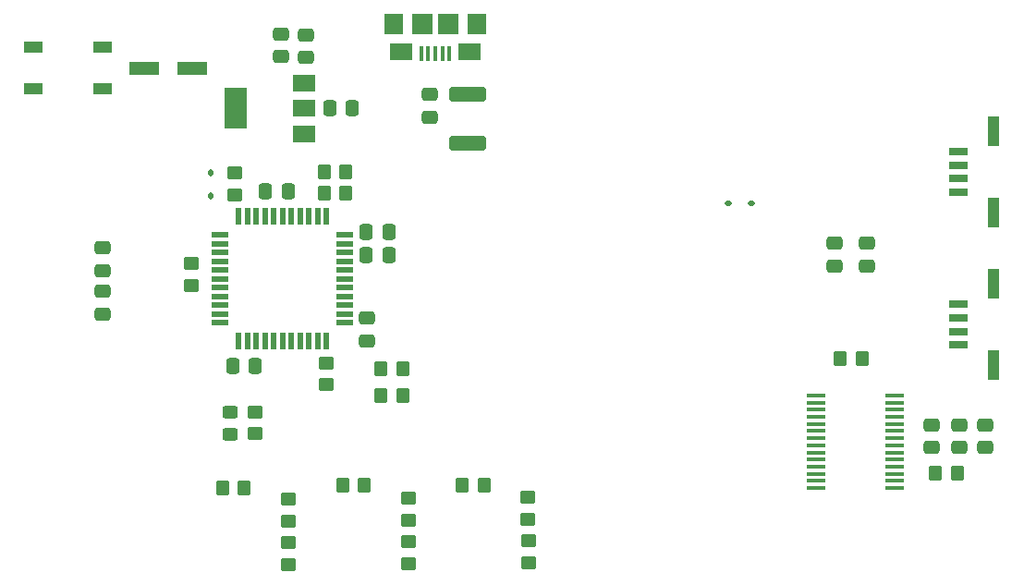
<source format=gbr>
%TF.GenerationSoftware,KiCad,Pcbnew,8.0.0*%
%TF.CreationDate,2024-03-12T01:14:05-04:00*%
%TF.ProjectId,ORA_ControlBoard-main_Rev2,4f52415f-436f-46e7-9472-6f6c426f6172,rev?*%
%TF.SameCoordinates,Original*%
%TF.FileFunction,Paste,Top*%
%TF.FilePolarity,Positive*%
%FSLAX46Y46*%
G04 Gerber Fmt 4.6, Leading zero omitted, Abs format (unit mm)*
G04 Created by KiCad (PCBNEW 8.0.0) date 2024-03-12 01:14:05*
%MOMM*%
%LPD*%
G01*
G04 APERTURE LIST*
G04 Aperture macros list*
%AMRoundRect*
0 Rectangle with rounded corners*
0 $1 Rounding radius*
0 $2 $3 $4 $5 $6 $7 $8 $9 X,Y pos of 4 corners*
0 Add a 4 corners polygon primitive as box body*
4,1,4,$2,$3,$4,$5,$6,$7,$8,$9,$2,$3,0*
0 Add four circle primitives for the rounded corners*
1,1,$1+$1,$2,$3*
1,1,$1+$1,$4,$5*
1,1,$1+$1,$6,$7*
1,1,$1+$1,$8,$9*
0 Add four rect primitives between the rounded corners*
20,1,$1+$1,$2,$3,$4,$5,0*
20,1,$1+$1,$4,$5,$6,$7,0*
20,1,$1+$1,$6,$7,$8,$9,0*
20,1,$1+$1,$8,$9,$2,$3,0*%
G04 Aperture macros list end*
%ADD10R,0.550000X1.500000*%
%ADD11R,1.500000X0.550000*%
%ADD12R,1.700000X1.000000*%
%ADD13RoundRect,0.250000X-0.475000X0.337500X-0.475000X-0.337500X0.475000X-0.337500X0.475000X0.337500X0*%
%ADD14R,1.750000X0.450000*%
%ADD15RoundRect,0.250000X-0.450000X0.350000X-0.450000X-0.350000X0.450000X-0.350000X0.450000X0.350000X0*%
%ADD16R,2.000000X1.500000*%
%ADD17R,2.000000X3.800000*%
%ADD18RoundRect,0.250000X0.475000X-0.337500X0.475000X0.337500X-0.475000X0.337500X-0.475000X-0.337500X0*%
%ADD19RoundRect,0.250000X0.337500X0.475000X-0.337500X0.475000X-0.337500X-0.475000X0.337500X-0.475000X0*%
%ADD20RoundRect,0.250000X-0.350000X-0.450000X0.350000X-0.450000X0.350000X0.450000X-0.350000X0.450000X0*%
%ADD21R,0.400000X1.350000*%
%ADD22R,2.100000X1.600000*%
%ADD23R,1.800000X1.900000*%
%ADD24R,1.900000X1.900000*%
%ADD25R,1.701800X0.660400*%
%ADD26R,1.092200X2.794000*%
%ADD27RoundRect,0.250000X0.350000X0.450000X-0.350000X0.450000X-0.350000X-0.450000X0.350000X-0.450000X0*%
%ADD28RoundRect,0.112500X-0.187500X-0.112500X0.187500X-0.112500X0.187500X0.112500X-0.187500X0.112500X0*%
%ADD29RoundRect,0.250000X-1.450000X0.400000X-1.450000X-0.400000X1.450000X-0.400000X1.450000X0.400000X0*%
%ADD30RoundRect,0.250000X0.450000X-0.350000X0.450000X0.350000X-0.450000X0.350000X-0.450000X-0.350000X0*%
%ADD31R,2.794000X1.219200*%
%ADD32RoundRect,0.250000X-0.337500X-0.475000X0.337500X-0.475000X0.337500X0.475000X-0.337500X0.475000X0*%
%ADD33RoundRect,0.250000X-0.450000X0.325000X-0.450000X-0.325000X0.450000X-0.325000X0.450000X0.325000X0*%
%ADD34RoundRect,0.112500X-0.112500X0.187500X-0.112500X-0.187500X0.112500X-0.187500X0.112500X0.187500X0*%
G04 APERTURE END LIST*
D10*
%TO.C,U1*%
X127500000Y-69100000D03*
X126700000Y-69100000D03*
X125900000Y-69100000D03*
X125100000Y-69100000D03*
X124300000Y-69100000D03*
X123500000Y-69100000D03*
X122700000Y-69100000D03*
X121900000Y-69100000D03*
X121100000Y-69100000D03*
X120300000Y-69100000D03*
X119500000Y-69100000D03*
D11*
X117800000Y-70800000D03*
X117800000Y-71600000D03*
X117800000Y-72400000D03*
X117800000Y-73200000D03*
X117800000Y-74000000D03*
X117800000Y-74800000D03*
X117800000Y-75600000D03*
X117800000Y-76400000D03*
X117800000Y-77200000D03*
X117800000Y-78000000D03*
X117800000Y-78800000D03*
D10*
X119500000Y-80500000D03*
X120300000Y-80500000D03*
X121100000Y-80500000D03*
X121900000Y-80500000D03*
X122700000Y-80500000D03*
X123500000Y-80500000D03*
X124300000Y-80500000D03*
X125100000Y-80500000D03*
X125900000Y-80500000D03*
X126700000Y-80500000D03*
X127500000Y-80500000D03*
D11*
X129200000Y-78800000D03*
X129200000Y-78000000D03*
X129200000Y-77200000D03*
X129200000Y-76400000D03*
X129200000Y-75600000D03*
X129200000Y-74800000D03*
X129200000Y-74000000D03*
X129200000Y-73200000D03*
X129200000Y-72400000D03*
X129200000Y-71600000D03*
X129200000Y-70800000D03*
%TD*%
D12*
%TO.C,SW1*%
X100700000Y-53600000D03*
X107000000Y-53600000D03*
X100700000Y-57400000D03*
X107000000Y-57400000D03*
%TD*%
D13*
%TO.C,C7*%
X137000000Y-57925000D03*
X137000000Y-60000000D03*
%TD*%
%TO.C,C10*%
X107000000Y-75925000D03*
X107000000Y-78000000D03*
%TD*%
D14*
%TO.C,U2*%
X172400000Y-85500000D03*
X172400000Y-86150000D03*
X172400000Y-86800000D03*
X172400000Y-87450000D03*
X172400000Y-88100000D03*
X172400000Y-88750000D03*
X172400000Y-89400000D03*
X172400000Y-90050000D03*
X172400000Y-90700000D03*
X172400000Y-91350000D03*
X172400000Y-92000000D03*
X172400000Y-92650000D03*
X172400000Y-93300000D03*
X172400000Y-93950000D03*
X179600000Y-93950000D03*
X179600000Y-93300000D03*
X179600000Y-92650000D03*
X179600000Y-92000000D03*
X179600000Y-91350000D03*
X179600000Y-90700000D03*
X179600000Y-90050000D03*
X179600000Y-89400000D03*
X179600000Y-88750000D03*
X179600000Y-88100000D03*
X179600000Y-87450000D03*
X179600000Y-86800000D03*
X179600000Y-86150000D03*
X179600000Y-85500000D03*
%TD*%
D13*
%TO.C,C1*%
X177070000Y-71562500D03*
X177070000Y-73637500D03*
%TD*%
%TO.C,C9*%
X107000000Y-71962500D03*
X107000000Y-74037500D03*
%TD*%
D15*
%TO.C,R16*%
X145952500Y-94800000D03*
X145952500Y-96800000D03*
%TD*%
%TO.C,R11*%
X115125000Y-73400000D03*
X115125000Y-75400000D03*
%TD*%
D16*
%TO.C,U5*%
X125500000Y-61500000D03*
X125500000Y-59200000D03*
D17*
X119200000Y-59200000D03*
D16*
X125500000Y-56900000D03*
%TD*%
D18*
%TO.C,C8*%
X187900000Y-90237500D03*
X187900000Y-88162500D03*
%TD*%
D15*
%TO.C,R9*%
X121025000Y-87000000D03*
X121025000Y-89000000D03*
%TD*%
D19*
%TO.C,C4*%
X124000000Y-66750000D03*
X121925000Y-66750000D03*
%TD*%
D20*
%TO.C,R8*%
X132500000Y-83000000D03*
X134500000Y-83000000D03*
%TD*%
D15*
%TO.C,R18*%
X135000000Y-98900000D03*
X135000000Y-100900000D03*
%TD*%
D21*
%TO.C,J3*%
X138800000Y-54125000D03*
X138150000Y-54125000D03*
X137500000Y-54125000D03*
X136850000Y-54125000D03*
X136200000Y-54125000D03*
D22*
X140600000Y-54000000D03*
X134400000Y-54000000D03*
D23*
X141300000Y-51450000D03*
D24*
X138700000Y-51450000D03*
X136300000Y-51450000D03*
D23*
X133700000Y-51450000D03*
%TD*%
D20*
%TO.C,R1*%
X174570000Y-82100000D03*
X176570000Y-82100000D03*
%TD*%
%TO.C,R22*%
X118000000Y-93970000D03*
X120000000Y-93970000D03*
%TD*%
D18*
%TO.C,C2*%
X174070000Y-73637500D03*
X174070000Y-71562500D03*
%TD*%
D25*
%TO.C,J5*%
X185424300Y-80875000D03*
X185424300Y-79625000D03*
X185424300Y-78375000D03*
X185424300Y-77125000D03*
D26*
X188624301Y-82724999D03*
X188624301Y-75275001D03*
%TD*%
D13*
%TO.C,C14*%
X125600000Y-52450000D03*
X125600000Y-54525000D03*
%TD*%
D15*
%TO.C,R15*%
X146007500Y-98800000D03*
X146007500Y-100800000D03*
%TD*%
%TO.C,R17*%
X135000000Y-94900000D03*
X135000000Y-96900000D03*
%TD*%
D27*
%TO.C,R5*%
X129300000Y-64975000D03*
X127300000Y-64975000D03*
%TD*%
D20*
%TO.C,R19*%
X129000000Y-93720000D03*
X131000000Y-93720000D03*
%TD*%
D28*
%TO.C,D4*%
X164350000Y-67900000D03*
X166450000Y-67900000D03*
%TD*%
D29*
%TO.C,F1*%
X140500000Y-57900000D03*
X140500000Y-62350000D03*
%TD*%
D20*
%TO.C,R14*%
X139952500Y-93710000D03*
X141952500Y-93710000D03*
%TD*%
D30*
%TO.C,R3*%
X119100000Y-67100000D03*
X119100000Y-65100000D03*
%TD*%
D15*
%TO.C,R21*%
X124000000Y-98970000D03*
X124000000Y-100970000D03*
%TD*%
D19*
%TO.C,C5*%
X121025000Y-82750000D03*
X118950000Y-82750000D03*
%TD*%
D13*
%TO.C,C11*%
X123350000Y-52375000D03*
X123350000Y-54450000D03*
%TD*%
D31*
%TO.C,C13*%
X115209800Y-55500000D03*
X110790200Y-55500000D03*
%TD*%
D32*
%TO.C,C15*%
X131162500Y-70500000D03*
X133237500Y-70500000D03*
%TD*%
D18*
%TO.C,C17*%
X185500000Y-90237500D03*
X185500000Y-88162500D03*
%TD*%
%TO.C,C6*%
X131200000Y-80475000D03*
X131200000Y-78400000D03*
%TD*%
D33*
%TO.C,D2*%
X118700000Y-86975000D03*
X118700000Y-89025000D03*
%TD*%
D19*
%TO.C,C12*%
X129887500Y-59200000D03*
X127812500Y-59200000D03*
%TD*%
%TO.C,C3*%
X133237500Y-72600000D03*
X131162500Y-72600000D03*
%TD*%
D27*
%TO.C,R2*%
X185300000Y-92600000D03*
X183300000Y-92600000D03*
%TD*%
D25*
%TO.C,J1*%
X185399999Y-66875000D03*
X185399999Y-65625000D03*
X185399999Y-64375000D03*
X185399999Y-63125000D03*
D26*
X188600000Y-68724999D03*
X188600000Y-61275001D03*
%TD*%
D15*
%TO.C,R20*%
X124000000Y-94970000D03*
X124000000Y-96970000D03*
%TD*%
D18*
%TO.C,C16*%
X183000000Y-90237500D03*
X183000000Y-88162500D03*
%TD*%
D34*
%TO.C,D1*%
X116900000Y-65075000D03*
X116900000Y-67175000D03*
%TD*%
D20*
%TO.C,R6*%
X127300000Y-66975000D03*
X129300000Y-66975000D03*
%TD*%
D15*
%TO.C,R4*%
X127500000Y-82500000D03*
X127500000Y-84500000D03*
%TD*%
D20*
%TO.C,R10*%
X132500000Y-85500000D03*
X134500000Y-85500000D03*
%TD*%
M02*

</source>
